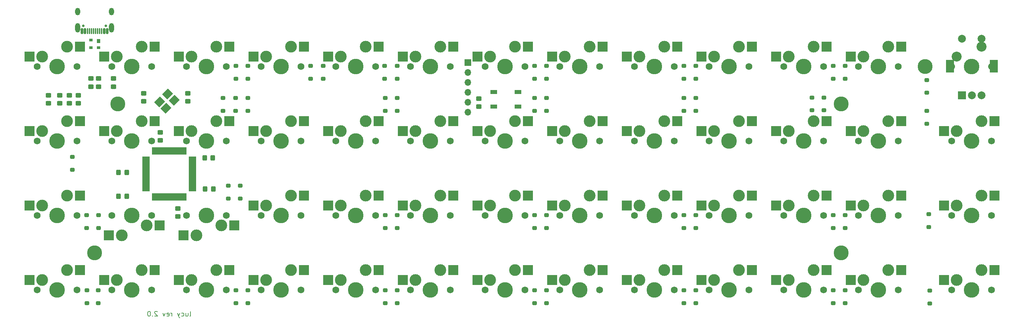
<source format=gbs>
G04 #@! TF.GenerationSoftware,KiCad,Pcbnew,(6.0.5-0)*
G04 #@! TF.CreationDate,2022-06-06T23:04:22-05:00*
G04 #@! TF.ProjectId,pcb,7063622e-6b69-4636-9164-5f7063625858,rev?*
G04 #@! TF.SameCoordinates,Original*
G04 #@! TF.FileFunction,Soldermask,Bot*
G04 #@! TF.FilePolarity,Negative*
%FSLAX46Y46*%
G04 Gerber Fmt 4.6, Leading zero omitted, Abs format (unit mm)*
G04 Created by KiCad (PCBNEW (6.0.5-0)) date 2022-06-06 23:04:22*
%MOMM*%
%LPD*%
G01*
G04 APERTURE LIST*
G04 Aperture macros list*
%AMRoundRect*
0 Rectangle with rounded corners*
0 $1 Rounding radius*
0 $2 $3 $4 $5 $6 $7 $8 $9 X,Y pos of 4 corners*
0 Add a 4 corners polygon primitive as box body*
4,1,4,$2,$3,$4,$5,$6,$7,$8,$9,$2,$3,0*
0 Add four circle primitives for the rounded corners*
1,1,$1+$1,$2,$3*
1,1,$1+$1,$4,$5*
1,1,$1+$1,$6,$7*
1,1,$1+$1,$8,$9*
0 Add four rect primitives between the rounded corners*
20,1,$1+$1,$2,$3,$4,$5,0*
20,1,$1+$1,$4,$5,$6,$7,0*
20,1,$1+$1,$6,$7,$8,$9,0*
20,1,$1+$1,$8,$9,$2,$3,0*%
%AMRotRect*
0 Rectangle, with rotation*
0 The origin of the aperture is its center*
0 $1 length*
0 $2 width*
0 $3 Rotation angle, in degrees counterclockwise*
0 Add horizontal line*
21,1,$1,$2,0,0,$3*%
G04 Aperture macros list end*
%ADD10C,0.200000*%
%ADD11C,1.750000*%
%ADD12C,3.000000*%
%ADD13C,3.987800*%
%ADD14R,2.550000X2.500000*%
%ADD15C,3.800000*%
%ADD16R,2.000000X2.000000*%
%ADD17C,2.000000*%
%ADD18R,2.000000X3.200000*%
%ADD19C,1.701800*%
%ADD20C,2.540000*%
%ADD21RoundRect,0.249999X-0.450001X0.325001X-0.450001X-0.325001X0.450001X-0.325001X0.450001X0.325001X0*%
%ADD22RoundRect,0.250000X0.350000X-0.250000X0.350000X0.250000X-0.350000X0.250000X-0.350000X-0.250000X0*%
%ADD23RoundRect,0.250000X-0.350000X0.250000X-0.350000X-0.250000X0.350000X-0.250000X0.350000X0.250000X0*%
%ADD24O,1.700000X1.700000*%
%ADD25R,1.700000X1.700000*%
%ADD26R,1.800000X1.100000*%
%ADD27RoundRect,0.200000X-0.750000X-0.250000X0.750000X-0.250000X0.750000X0.250000X-0.750000X0.250000X0*%
%ADD28RoundRect,0.200000X-0.250000X-0.750000X0.250000X-0.750000X0.250000X0.750000X-0.250000X0.750000X0*%
%ADD29RoundRect,0.249999X0.450001X-0.325001X0.450001X0.325001X-0.450001X0.325001X-0.450001X-0.325001X0*%
%ADD30RotRect,2.100000X1.800000X45.000000*%
%ADD31C,0.650000*%
%ADD32RoundRect,0.150000X-0.150000X-0.575000X0.150000X-0.575000X0.150000X0.575000X-0.150000X0.575000X0*%
%ADD33RoundRect,0.075000X-0.075000X-0.650000X0.075000X-0.650000X0.075000X0.650000X-0.075000X0.650000X0*%
%ADD34O,1.300000X2.400000*%
%ADD35O,1.300000X1.900000*%
%ADD36RoundRect,0.249999X-0.325001X-0.450001X0.325001X-0.450001X0.325001X0.450001X-0.325001X0.450001X0*%
%ADD37RoundRect,0.249999X0.325001X0.450001X-0.325001X0.450001X-0.325001X-0.450001X0.325001X-0.450001X0*%
%ADD38RoundRect,0.050000X-0.350000X0.500000X-0.350000X-0.500000X0.350000X-0.500000X0.350000X0.500000X0*%
%ADD39RoundRect,0.050000X-0.350000X0.300000X-0.350000X-0.300000X0.350000X-0.300000X0.350000X0.300000X0*%
G04 APERTURE END LIST*
D10*
X120750737Y-117065476D02*
X120869784Y-117005952D01*
X120929308Y-116886904D01*
X120929308Y-115815476D01*
X119738832Y-116232142D02*
X119738832Y-117065476D01*
X120274546Y-116232142D02*
X120274546Y-116886904D01*
X120215022Y-117005952D01*
X120095975Y-117065476D01*
X119917403Y-117065476D01*
X119798356Y-117005952D01*
X119738832Y-116946428D01*
X118607880Y-117005952D02*
X118726927Y-117065476D01*
X118965022Y-117065476D01*
X119084070Y-117005952D01*
X119143594Y-116946428D01*
X119203118Y-116827380D01*
X119203118Y-116470238D01*
X119143594Y-116351190D01*
X119084070Y-116291666D01*
X118965022Y-116232142D01*
X118726927Y-116232142D01*
X118607880Y-116291666D01*
X118191213Y-116232142D02*
X117893594Y-117065476D01*
X117595975Y-116232142D02*
X117893594Y-117065476D01*
X118012641Y-117363095D01*
X118072165Y-117422619D01*
X118191213Y-117482142D01*
X116167403Y-117065476D02*
X116167403Y-116232142D01*
X116167403Y-116470238D02*
X116107880Y-116351190D01*
X116048356Y-116291666D01*
X115929308Y-116232142D01*
X115810260Y-116232142D01*
X114917403Y-117005952D02*
X115036451Y-117065476D01*
X115274546Y-117065476D01*
X115393594Y-117005952D01*
X115453118Y-116886904D01*
X115453118Y-116410714D01*
X115393594Y-116291666D01*
X115274546Y-116232142D01*
X115036451Y-116232142D01*
X114917403Y-116291666D01*
X114857880Y-116410714D01*
X114857880Y-116529761D01*
X115453118Y-116648809D01*
X114441213Y-116232142D02*
X114143594Y-117065476D01*
X113845975Y-116232142D01*
X112476927Y-115934523D02*
X112417403Y-115875000D01*
X112298356Y-115815476D01*
X112000737Y-115815476D01*
X111881689Y-115875000D01*
X111822165Y-115934523D01*
X111762641Y-116053571D01*
X111762641Y-116172619D01*
X111822165Y-116351190D01*
X112536451Y-117065476D01*
X111762641Y-117065476D01*
X111226927Y-116946428D02*
X111167403Y-117005952D01*
X111226927Y-117065476D01*
X111286451Y-117005952D01*
X111226927Y-116946428D01*
X111226927Y-117065476D01*
X110393594Y-115815476D02*
X110274546Y-115815476D01*
X110155499Y-115875000D01*
X110095975Y-115934523D01*
X110036451Y-116053571D01*
X109976927Y-116291666D01*
X109976927Y-116589285D01*
X110036451Y-116827380D01*
X110095975Y-116946428D01*
X110155499Y-117005952D01*
X110274546Y-117065476D01*
X110393594Y-117065476D01*
X110512641Y-117005952D01*
X110572165Y-116946428D01*
X110631689Y-116827380D01*
X110691213Y-116589285D01*
X110691213Y-116291666D01*
X110631689Y-116053571D01*
X110572165Y-115934523D01*
X110512641Y-115875000D01*
X110393594Y-115815476D01*
D11*
X119910225Y-53193950D03*
D12*
X127530225Y-48113950D03*
X121180225Y-50653950D03*
D11*
X130070225Y-53193950D03*
D13*
X124990225Y-53193950D03*
D14*
X117905225Y-50653950D03*
X130832225Y-48113950D03*
D12*
X203730225Y-48113950D03*
D11*
X196110225Y-53193950D03*
D12*
X197380225Y-50653950D03*
D13*
X201190225Y-53193950D03*
D11*
X206270225Y-53193950D03*
D14*
X194105225Y-50653950D03*
X207032225Y-48113950D03*
D11*
X177060225Y-53193950D03*
X187220225Y-53193950D03*
D12*
X184680225Y-48113950D03*
X178330225Y-50653950D03*
D13*
X182140225Y-53193950D03*
D14*
X175055225Y-50653950D03*
X187982225Y-48113950D03*
D11*
X168170225Y-53193950D03*
D13*
X163090225Y-53193950D03*
D11*
X158010225Y-53193950D03*
D12*
X159280225Y-50653950D03*
X165630225Y-48113950D03*
D14*
X156005225Y-50653950D03*
X168932225Y-48113950D03*
D13*
X86890225Y-53193950D03*
D11*
X81810225Y-53193950D03*
D12*
X83080225Y-50653950D03*
X89430225Y-48113950D03*
D11*
X91970225Y-53193950D03*
D14*
X79805225Y-50653950D03*
X92732225Y-48113950D03*
D13*
X220240225Y-53193950D03*
D11*
X215160225Y-53193950D03*
D12*
X216430225Y-50653950D03*
D11*
X225320225Y-53193950D03*
D12*
X222780225Y-48113950D03*
D14*
X213155225Y-50653950D03*
X226082225Y-48113950D03*
D13*
X239290225Y-53193950D03*
D11*
X234210225Y-53193950D03*
X244370225Y-53193950D03*
D12*
X241830225Y-48113950D03*
X235480225Y-50653950D03*
D14*
X232205225Y-50653950D03*
X245132225Y-48113950D03*
D11*
X91970225Y-72243950D03*
X81810225Y-72243950D03*
D12*
X83080225Y-69703950D03*
X89430225Y-67163950D03*
D13*
X86890225Y-72243950D03*
D14*
X79805225Y-69703950D03*
X92732225Y-67163950D03*
D12*
X102130225Y-69703950D03*
X108480225Y-67163950D03*
D13*
X105940225Y-72243950D03*
D11*
X100860225Y-72243950D03*
X111020225Y-72243950D03*
D14*
X98855225Y-69703950D03*
X111782225Y-67163950D03*
D11*
X138965399Y-72243950D03*
D13*
X144045399Y-72243950D03*
D11*
X149125399Y-72243950D03*
D12*
X146585399Y-67163950D03*
X140235399Y-69703950D03*
D14*
X136960399Y-69703950D03*
X149887399Y-67163950D03*
D12*
X273580225Y-50653950D03*
D11*
X282470225Y-53193950D03*
D12*
X279930225Y-48113950D03*
D13*
X277390225Y-53193950D03*
D11*
X272310225Y-53193950D03*
D14*
X270305225Y-50653950D03*
X283232225Y-48113950D03*
D11*
X158010225Y-72243950D03*
D13*
X163090225Y-72243950D03*
D11*
X168170225Y-72243950D03*
D12*
X159280225Y-69703950D03*
X165630225Y-67163950D03*
D14*
X156005225Y-69703950D03*
X168932225Y-67163950D03*
D11*
X177060225Y-72243950D03*
D12*
X184680225Y-67163950D03*
D11*
X187220225Y-72243950D03*
D12*
X178330225Y-69703950D03*
D13*
X182140225Y-72243950D03*
D14*
X175055225Y-69703950D03*
X187982225Y-67163950D03*
D13*
X201190225Y-72243950D03*
D11*
X196110225Y-72243950D03*
D12*
X203730225Y-67163950D03*
X197380225Y-69703950D03*
D11*
X206270225Y-72243950D03*
D14*
X194105225Y-69703950D03*
X207032225Y-67163950D03*
D13*
X105940225Y-110343950D03*
D11*
X100860225Y-110343950D03*
D12*
X102130225Y-107803950D03*
D11*
X111020225Y-110343950D03*
D12*
X108480225Y-105263950D03*
D14*
X98855225Y-107803950D03*
X111782225Y-105263950D03*
D13*
X124990225Y-110343950D03*
D12*
X121180225Y-107803950D03*
D11*
X119910225Y-110343950D03*
D12*
X127530225Y-105263950D03*
D11*
X130070225Y-110343950D03*
D14*
X117905225Y-107803950D03*
X130832225Y-105263950D03*
D11*
X149120225Y-110343950D03*
D13*
X144040225Y-110343950D03*
D12*
X146580225Y-105263950D03*
D11*
X138960225Y-110343950D03*
D12*
X140230225Y-107803950D03*
D14*
X136955225Y-107803950D03*
X149882225Y-105263950D03*
D12*
X159280225Y-107803950D03*
D11*
X168170225Y-110343950D03*
D13*
X163090225Y-110343950D03*
D12*
X165630225Y-105263950D03*
D11*
X158010225Y-110343950D03*
D14*
X156005225Y-107803950D03*
X168932225Y-105263950D03*
D11*
X177060225Y-110343950D03*
D12*
X178330225Y-107803950D03*
D11*
X187220225Y-110343950D03*
D13*
X182140225Y-110343950D03*
D12*
X184680225Y-105263950D03*
D14*
X175055225Y-107803950D03*
X187982225Y-105263950D03*
D11*
X225320225Y-110343950D03*
D12*
X216430225Y-107803950D03*
D13*
X220240225Y-110343950D03*
D11*
X215160225Y-110343950D03*
D12*
X222780225Y-105263950D03*
D14*
X213155225Y-107803950D03*
X226082225Y-105263950D03*
D12*
X235480225Y-107803950D03*
D11*
X244370225Y-110343950D03*
X234210225Y-110343950D03*
D12*
X241830225Y-105263950D03*
D13*
X239290225Y-110343950D03*
D14*
X232205225Y-107803950D03*
X245132225Y-105263950D03*
D13*
X258340225Y-110343950D03*
D12*
X254530225Y-107803950D03*
D11*
X253260225Y-110343950D03*
D12*
X260880225Y-105263950D03*
D11*
X263420225Y-110343950D03*
D14*
X251255225Y-107803950D03*
X264182225Y-105263950D03*
D12*
X279930225Y-105263950D03*
D13*
X277390225Y-110343950D03*
D12*
X273580225Y-107803950D03*
D11*
X272310225Y-110343950D03*
X282470225Y-110343950D03*
D14*
X270305225Y-107803950D03*
X283232225Y-105263950D03*
D11*
X196110225Y-110343950D03*
D12*
X203730225Y-105263950D03*
X197380225Y-107803950D03*
D13*
X201190225Y-110343950D03*
D11*
X206270225Y-110343950D03*
D14*
X194105225Y-107803950D03*
X207032225Y-105263950D03*
D11*
X282470225Y-91293950D03*
D12*
X279930225Y-86213950D03*
D13*
X277390225Y-91293950D03*
D12*
X273580225Y-88753950D03*
D11*
X272310225Y-91293950D03*
D14*
X270305225Y-88753950D03*
X283232225Y-86213950D03*
D12*
X254530225Y-88753950D03*
D13*
X258340225Y-91293950D03*
D12*
X260880225Y-86213950D03*
D11*
X263420225Y-91293950D03*
X253260225Y-91293950D03*
D14*
X251255225Y-88753950D03*
X264182225Y-86213950D03*
D12*
X222780225Y-86213950D03*
D11*
X215160225Y-91293950D03*
D13*
X220240225Y-91293950D03*
D11*
X225320225Y-91293950D03*
D12*
X216430225Y-88753950D03*
D14*
X213155225Y-88753950D03*
X226082225Y-86213950D03*
D11*
X187220225Y-91293950D03*
X177060225Y-91293950D03*
D12*
X178330225Y-88753950D03*
D13*
X182140225Y-91293950D03*
D12*
X184680225Y-86213950D03*
D14*
X175055225Y-88753950D03*
X187982225Y-86213950D03*
D12*
X146580225Y-86213950D03*
D13*
X144040225Y-91293950D03*
D11*
X149120225Y-91293950D03*
X138960225Y-91293950D03*
D12*
X140230225Y-88753950D03*
D14*
X136955225Y-88753950D03*
X149882225Y-86213950D03*
D11*
X81810225Y-91293950D03*
D13*
X86890225Y-91293950D03*
D12*
X89430225Y-86213950D03*
X83080225Y-88753950D03*
D11*
X91970225Y-91293950D03*
D14*
X79805225Y-88753950D03*
X92732225Y-86213950D03*
D11*
X168170225Y-91293950D03*
D13*
X163090225Y-91293950D03*
D11*
X158010225Y-91293950D03*
D12*
X159280225Y-88753950D03*
X165630225Y-86213950D03*
D14*
X156005225Y-88753950D03*
X168932225Y-86213950D03*
D12*
X298980225Y-67163950D03*
D13*
X296440225Y-72243950D03*
D11*
X291360225Y-72243950D03*
D12*
X292630225Y-69703950D03*
D11*
X301520225Y-72243950D03*
D14*
X289355225Y-69703950D03*
X302282225Y-67163950D03*
D12*
X128800225Y-93833950D03*
D11*
X130070225Y-91293950D03*
D12*
X122450225Y-96373950D03*
D13*
X124990225Y-91293950D03*
D11*
X119910225Y-91293950D03*
D14*
X132075225Y-93833950D03*
X119148225Y-96373950D03*
D11*
X100860225Y-91293950D03*
D13*
X105940225Y-91293950D03*
D12*
X103400225Y-96373950D03*
X109750225Y-93833950D03*
D11*
X111020225Y-91293950D03*
D14*
X113025225Y-93833950D03*
X100098225Y-96373950D03*
D12*
X254530225Y-69703950D03*
D11*
X263420225Y-72243950D03*
D13*
X258340225Y-72243950D03*
D11*
X253260225Y-72243950D03*
D12*
X260880225Y-67163950D03*
D14*
X251255225Y-69703950D03*
X264182225Y-67163950D03*
D11*
X244370225Y-72243950D03*
D12*
X235480225Y-69703950D03*
D13*
X239290225Y-72243950D03*
D11*
X234210225Y-72243950D03*
D12*
X241830225Y-67163950D03*
D14*
X232205225Y-69703950D03*
X245132225Y-67163950D03*
D11*
X272310225Y-72243950D03*
D12*
X273580225Y-69703950D03*
D11*
X282470225Y-72243950D03*
D12*
X279930225Y-67163950D03*
D13*
X277390225Y-72243950D03*
D14*
X270305225Y-69703950D03*
X283232225Y-67163950D03*
D12*
X298980225Y-105263950D03*
X292630225Y-107803950D03*
D13*
X296440225Y-110343950D03*
D11*
X301520225Y-110343950D03*
X291360225Y-110343950D03*
D14*
X289355225Y-107803950D03*
X302282225Y-105263950D03*
D11*
X301520225Y-91293950D03*
D13*
X296440225Y-91293950D03*
D12*
X298980225Y-86213950D03*
X292630225Y-88753950D03*
D11*
X291360225Y-91293950D03*
D14*
X289355225Y-88753950D03*
X302282225Y-86213950D03*
D12*
X292630225Y-50653950D03*
D11*
X301520225Y-53193950D03*
D13*
X296440225Y-53193950D03*
D11*
X291360225Y-53193950D03*
D12*
X298980225Y-48113950D03*
D14*
X289355225Y-50653950D03*
X302282225Y-48113950D03*
D11*
X111020225Y-53193950D03*
X100860225Y-53193950D03*
D12*
X108480225Y-48113950D03*
D13*
X105940225Y-53193950D03*
D12*
X102130225Y-50653950D03*
D14*
X98855225Y-50653950D03*
X111782225Y-48113950D03*
D11*
X149120225Y-53193950D03*
D12*
X140230225Y-50653950D03*
D11*
X138960225Y-53193950D03*
D13*
X144040225Y-53193950D03*
D12*
X146580225Y-48113950D03*
D14*
X136955225Y-50653950D03*
X149882225Y-48113950D03*
D13*
X201190225Y-91293950D03*
D12*
X197380225Y-88753950D03*
D11*
X206270225Y-91293950D03*
X196110225Y-91293950D03*
D12*
X203730225Y-86213950D03*
D14*
X194105225Y-88753950D03*
X207032225Y-86213950D03*
D13*
X239290225Y-91293950D03*
D11*
X234210225Y-91293950D03*
D12*
X241830225Y-86213950D03*
D11*
X244370225Y-91293950D03*
D12*
X235480225Y-88753950D03*
D14*
X232205225Y-88753950D03*
X245132225Y-86213950D03*
D13*
X86890225Y-110343950D03*
D12*
X89430225Y-105263950D03*
D11*
X91970225Y-110343950D03*
X81810225Y-110343950D03*
D12*
X83080225Y-107803950D03*
D14*
X79805225Y-107803950D03*
X92732225Y-105263950D03*
D11*
X263420225Y-53193950D03*
X253260225Y-53193950D03*
D13*
X258340225Y-53193950D03*
D12*
X260880225Y-48113950D03*
X254530225Y-50653950D03*
D14*
X251255225Y-50653950D03*
X264182225Y-48113950D03*
D11*
X119910225Y-72243950D03*
D12*
X121180225Y-69703950D03*
X127530225Y-67163950D03*
D13*
X124990225Y-72243950D03*
D11*
X130070225Y-72243950D03*
D14*
X117905225Y-69703950D03*
X130832225Y-67163950D03*
D12*
X216430225Y-69703950D03*
D13*
X220240225Y-72243950D03*
D11*
X225320225Y-72243950D03*
D12*
X222780225Y-67163950D03*
D11*
X215160225Y-72243950D03*
D14*
X213155225Y-69703950D03*
X226082225Y-67163950D03*
D15*
X286915401Y-62718966D03*
X102368371Y-62718966D03*
D16*
X317787529Y-60566658D03*
D17*
X322787529Y-60566658D03*
X320287529Y-60566658D03*
D18*
X325887529Y-53066658D03*
X314687529Y-53066658D03*
D17*
X322787529Y-46066658D03*
X317787529Y-46066658D03*
D12*
X316442929Y-107804006D03*
D13*
X320252929Y-110344006D03*
D11*
X325332929Y-110344006D03*
X315172929Y-110344006D03*
D12*
X322792929Y-105264006D03*
D14*
X313167929Y-107804006D03*
X326094929Y-105264006D03*
D19*
X325332929Y-53193958D03*
D13*
X320252929Y-53193958D03*
D19*
X315172929Y-53193958D03*
D20*
X316442929Y-50653958D03*
X322792929Y-48113958D03*
D11*
X315172929Y-91293990D03*
X325332929Y-91293990D03*
D12*
X322792929Y-86213990D03*
D13*
X320252929Y-91293990D03*
D12*
X316442929Y-88753990D03*
D14*
X313167929Y-88753990D03*
X326094929Y-86213990D03*
D15*
X286915401Y-100818998D03*
X96415241Y-100818998D03*
X308346669Y-53193958D03*
D12*
X322792929Y-67163974D03*
D13*
X320252929Y-72243974D03*
D11*
X315172929Y-72243974D03*
X325332929Y-72243974D03*
D12*
X316442929Y-69703974D03*
D14*
X313167929Y-69703974D03*
X326094929Y-67163974D03*
D21*
X117690625Y-89531250D03*
X117690625Y-91581250D03*
D22*
X97490625Y-94506250D03*
X97490625Y-91206250D03*
D23*
X208681415Y-61206250D03*
X208681415Y-64506250D03*
X170581415Y-61206250D03*
X170581415Y-64506250D03*
X135581415Y-61206250D03*
X135581415Y-64506250D03*
X129190625Y-61206250D03*
X129190625Y-64506250D03*
D22*
X284890625Y-56306250D03*
X284890625Y-53006250D03*
X249881415Y-56306250D03*
X249881415Y-53006250D03*
X211781415Y-56306250D03*
X211781415Y-53006250D03*
X208681415Y-56306250D03*
X208681415Y-53006250D03*
X173651789Y-56333377D03*
X173651789Y-53033377D03*
X170476789Y-56333377D03*
X170476789Y-53033377D03*
X154751789Y-56306250D03*
X154751789Y-53006250D03*
X287990625Y-113750000D03*
X287990625Y-110450000D03*
X284890625Y-113750000D03*
X284890625Y-110450000D03*
X249890625Y-113713123D03*
X249890625Y-110413123D03*
X246790625Y-113706250D03*
X246790625Y-110406250D03*
X211783999Y-113706250D03*
X211783999Y-110406250D03*
X208700000Y-113706250D03*
X208700000Y-110406250D03*
X211790625Y-94506250D03*
X211790625Y-91206250D03*
D23*
X279465225Y-61106250D03*
X279465225Y-64406250D03*
D22*
X208690625Y-94506250D03*
X208690625Y-91206250D03*
X170585999Y-94506250D03*
X170585999Y-91206250D03*
X130590625Y-87006250D03*
X130590625Y-83706250D03*
D23*
X282565225Y-61106250D03*
X282565225Y-64406250D03*
D22*
X284890625Y-94506250D03*
X284890625Y-91206250D03*
X249890625Y-94506250D03*
X249890625Y-91206250D03*
X246790625Y-94506250D03*
X246790625Y-91206250D03*
X173690625Y-113706250D03*
X173690625Y-110406250D03*
X151576789Y-56306250D03*
X151576789Y-53006250D03*
D23*
X211781415Y-61206250D03*
X211781415Y-64506250D03*
D24*
X191665313Y-64901767D03*
X191665313Y-54741767D03*
X191665313Y-59821767D03*
X191665313Y-62361767D03*
X191665313Y-57281767D03*
D25*
X191665313Y-52201767D03*
D22*
X287990625Y-56306250D03*
X287990625Y-53006250D03*
D26*
X204500000Y-59743950D03*
X198300000Y-63443950D03*
X204500000Y-63443950D03*
X198300000Y-59743950D03*
D27*
X109590625Y-84656250D03*
X109590625Y-83856250D03*
X109590625Y-83056250D03*
X109590625Y-82256250D03*
X109590625Y-81456250D03*
X109590625Y-80656250D03*
X109590625Y-79856250D03*
X109590625Y-79056250D03*
X109590625Y-78256250D03*
X109590625Y-77456250D03*
X109590625Y-76656250D03*
D28*
X111490625Y-74756250D03*
X112290625Y-74756250D03*
X113090625Y-74756250D03*
X113890625Y-74756250D03*
X114690625Y-74756250D03*
X115490625Y-74756250D03*
X116290625Y-74756250D03*
X117090625Y-74756250D03*
X117890625Y-74756250D03*
X118690625Y-74756250D03*
X119490625Y-74756250D03*
D27*
X121390625Y-76656250D03*
X121390625Y-77456250D03*
X121390625Y-78256250D03*
X121390625Y-79056250D03*
X121390625Y-79856250D03*
X121390625Y-80656250D03*
X121390625Y-81456250D03*
X121390625Y-82256250D03*
X121390625Y-83056250D03*
X121390625Y-83856250D03*
X121390625Y-84656250D03*
D28*
X119490625Y-86556250D03*
X118690625Y-86556250D03*
X117890625Y-86556250D03*
X117090625Y-86556250D03*
X116290625Y-86556250D03*
X115490625Y-86556250D03*
X114690625Y-86556250D03*
X113890625Y-86556250D03*
X113090625Y-86556250D03*
X112290625Y-86556250D03*
X111490625Y-86556250D03*
D29*
X113190625Y-72081250D03*
X113190625Y-70031250D03*
X120190625Y-62081250D03*
X120190625Y-60031250D03*
X108990225Y-62118950D03*
X108990225Y-60068950D03*
D30*
X113052147Y-62268382D03*
X115102757Y-60217772D03*
X116729103Y-61844118D03*
X114678493Y-63894728D03*
D29*
X92290225Y-62618950D03*
X92290225Y-60568950D03*
D31*
X93549825Y-42763877D03*
X99329825Y-42763877D03*
D32*
X93189825Y-44089877D03*
X93989825Y-44089877D03*
D33*
X95189825Y-44089877D03*
X96185825Y-44089877D03*
X96689825Y-44089877D03*
X97689825Y-44089877D03*
D32*
X99689825Y-44089877D03*
X98889825Y-44089877D03*
D33*
X98189825Y-44089877D03*
X97189825Y-44089877D03*
X95689825Y-44089877D03*
X94689825Y-44089877D03*
D34*
X100739825Y-43314877D03*
D35*
X100739825Y-39114877D03*
X92139825Y-39114877D03*
D34*
X92139825Y-43314877D03*
D29*
X97490625Y-58318950D03*
X97490625Y-56268950D03*
X84689825Y-62618950D03*
X84689825Y-60568950D03*
D21*
X89989825Y-60568950D03*
X89989825Y-62618950D03*
D29*
X87589825Y-62618950D03*
X87589825Y-60568950D03*
D22*
X135590625Y-113706250D03*
X135590625Y-110406250D03*
X132490625Y-113713123D03*
X132490625Y-110413123D03*
D36*
X124565625Y-76556250D03*
X126615625Y-76556250D03*
D29*
X95490625Y-58318950D03*
X95490625Y-56268950D03*
D37*
X104615625Y-86356250D03*
X102565625Y-86356250D03*
X104615625Y-80256250D03*
X102565625Y-80256250D03*
X126715625Y-84500000D03*
X124665625Y-84500000D03*
D23*
X90790225Y-76343950D03*
X90790225Y-79643950D03*
D22*
X94490225Y-113743950D03*
X94490225Y-110443950D03*
X97390225Y-113743950D03*
X97390225Y-110443950D03*
X170590625Y-113706250D03*
X170590625Y-110406250D03*
X133590625Y-87006250D03*
X133590625Y-83706250D03*
X173650000Y-94506250D03*
X173650000Y-91206250D03*
X287990625Y-94506250D03*
X287990625Y-91206250D03*
X94390625Y-94506250D03*
X94390625Y-91206250D03*
X135581415Y-56306250D03*
X135581415Y-53006250D03*
X246781415Y-56306250D03*
X246781415Y-53006250D03*
X132490625Y-56299950D03*
X132490625Y-52999950D03*
D29*
X194490225Y-63418950D03*
X194490225Y-61368950D03*
D23*
X249881415Y-61206250D03*
X249881415Y-64506250D03*
X246781415Y-61206250D03*
X246781415Y-64506250D03*
X173681415Y-61206250D03*
X173681415Y-64506250D03*
X132431415Y-61206250D03*
X132431415Y-64506250D03*
D29*
X101290225Y-58318950D03*
X101290225Y-56268950D03*
D38*
X97490625Y-46643950D03*
D39*
X97490625Y-48343950D03*
X95490625Y-48343950D03*
X95490625Y-46443950D03*
D23*
X308765225Y-64518950D03*
X308765225Y-67818950D03*
D22*
X309537295Y-113818950D03*
X309537295Y-110518950D03*
X309265225Y-94218950D03*
X309265225Y-90918950D03*
X308765225Y-59918950D03*
X308765225Y-56618950D03*
M02*

</source>
